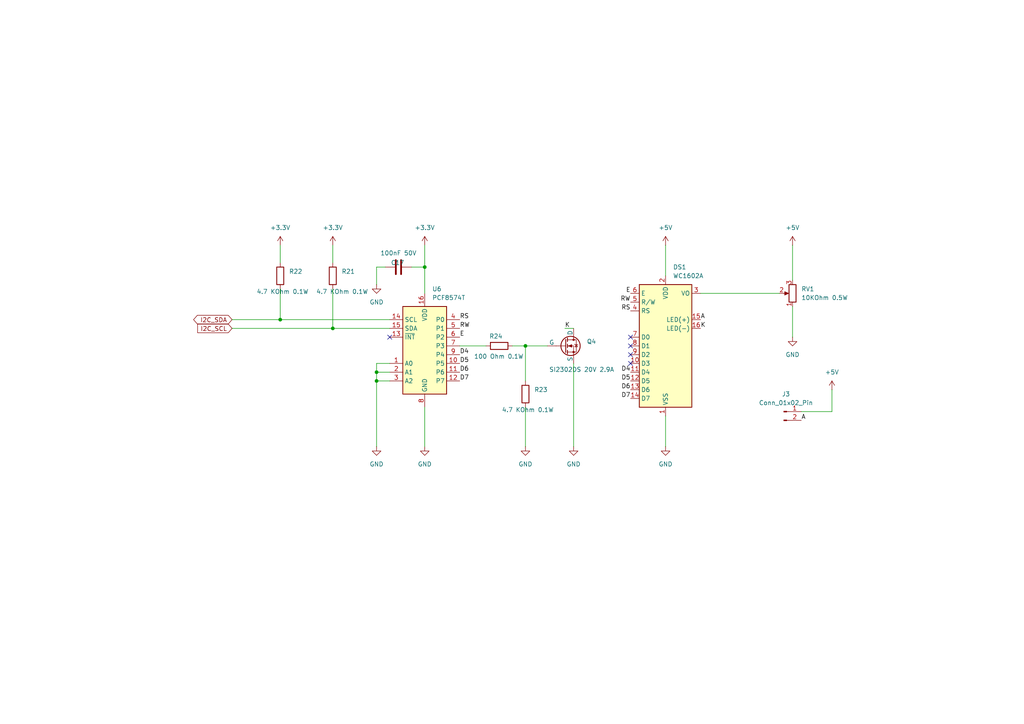
<source format=kicad_sch>
(kicad_sch (version 20250114) (generator "eeschema") (generator_version "9.0")
  (paper "A4")
  (lib_symbols
    (symbol "Connector:Conn_01x02_Pin" (pin_names (offset 1.016) (hide yes))
      (property "Reference" "J" (at 0 2.54 0))
      (property "Value" "Conn_01x02_Pin" (at 0 -5.08 0))
      (symbol "Conn_01x02_Pin_1_1"
        (rectangle (start 0.8636 0.127) (end 0 -0.127) (stroke (width 0.1524)) (fill (type outline)))
        (rectangle (start 0.8636 -2.413) (end 0 -2.667) (stroke (width 0.1524)) (fill (type outline)))
        (polyline (pts (xy 1.27 0) (xy 0.8636 0)) (stroke (width 0.1524)))
        (polyline (pts (xy 1.27 -2.54) (xy 0.8636 -2.54)) (stroke (width 0.1524)))
        (pin passive line (at 5.08 0 180) (length 3.81) (name "Pin_1") (number "1"))
        (pin passive line (at 5.08 -2.54 180) (length 3.81) (name "Pin_2") (number "2"))
      )
    )
    (symbol "Device:C" (pin_numbers (hide yes)) (pin_names (offset 0.254))
      (property "Reference" "C" (at 0.635 2.54 0))
      (property "Value" "C" (at 0.635 -2.54 0))
      (symbol "C_0_1"
        (polyline (pts (xy -2.032 0.762) (xy 2.032 0.762)) (stroke (width 0.508)))
        (polyline (pts (xy -2.032 -0.762) (xy 2.032 -0.762)) (stroke (width 0.508)))
      )
      (symbol "C_1_1"
        (pin passive line (at 0 3.81 270) (length 2.794) (name "~") (number "1"))
        (pin passive line (at 0 -3.81 90) (length 2.794) (name "~") (number "2"))
      )
    )
    (symbol "Device:R" (pin_numbers (hide yes)) (pin_names (offset 0))
      (property "Reference" "R" (at 2.032 0 90))
      (property "Value" "R" (at 0 0 90))
      (symbol "R_0_1"
        (rectangle (start -1.016 -2.54) (end 1.016 2.54) (stroke (width 0.254)))
      )
      (symbol "R_1_1"
        (pin passive line (at 0 3.81 270) (length 1.27) (name "~") (number "1"))
        (pin passive line (at 0 -3.81 90) (length 1.27) (name "~") (number "2"))
      )
    )
    (symbol "Device:R_Potentiometer" (pin_names (offset 1.016) (hide yes))
      (property "Reference" "RV" (at -4.445 0 90))
      (property "Value" "R_Potentiometer" (at -2.54 0 90))
      (symbol "R_Potentiometer_0_1"
        (rectangle (start 1.016 2.54) (end -1.016 -2.54) (stroke (width 0.254)))
        (polyline (pts (xy 1.143 0) (xy 2.286 0.508) (xy 2.286 -0.508) (xy 1.143 0)) (fill (type outline)))
        (polyline (pts (xy 2.54 0) (xy 1.524 0)))
      )
      (symbol "R_Potentiometer_1_1"
        (pin passive line (at 0 3.81 270) (length 1.27) (name "1") (number "1"))
        (pin passive line (at 0 -3.81 90) (length 1.27) (name "3") (number "3"))
        (pin passive line (at 3.81 0 180) (length 1.27) (name "2") (number "2"))
      )
    )
    (symbol "Display_Character:WC1602A"
      (property "Reference" "DS" (at -5.842 19.05 0))
      (property "Value" "WC1602A" (at 5.334 19.05 0))
      (symbol "WC1602A_1_1"
        (rectangle (start -7.62 17.78) (end 7.62 -17.78) (stroke (width 0.254)) (fill (type background)))
        (pin input line (at -10.16 15.24 0) (length 2.54) (name "E") (number "6"))
        (pin input line (at -10.16 12.7 0) (length 2.54) (name "R/W") (number "5"))
        (pin input line (at -10.16 10.16 0) (length 2.54) (name "RS") (number "4"))
        (pin input line (at -10.16 2.54 0) (length 2.54) (name "D0") (number "7"))
        (pin input line (at -10.16 0 0) (length 2.54) (name "D1") (number "8"))
        (pin input line (at -10.16 -2.54 0) (length 2.54) (name "D2") (number "9"))
        (pin input line (at -10.16 -5.08 0) (length 2.54) (name "D3") (number "10"))
        (pin input line (at -10.16 -7.62 0) (length 2.54) (name "D4") (number "11"))
        (pin input line (at -10.16 -10.16 0) (length 2.54) (name "D5") (number "12"))
        (pin input line (at -10.16 -12.7 0) (length 2.54) (name "D6") (number "13"))
        (pin input line (at -10.16 -15.24 0) (length 2.54) (name "D7") (number "14"))
        (pin power_in line (at 0 20.32 270) (length 2.54) (name "VDD") (number "2"))
        (pin power_in line (at 0 -20.32 90) (length 2.54) (name "VSS") (number "1"))
        (pin input line (at 10.16 15.24 180) (length 2.54) (name "VO") (number "3"))
        (pin power_in line (at 10.16 7.62 180) (length 2.54) (name "LED(+)") (number "15"))
        (pin power_in line (at 10.16 5.08 180) (length 2.54) (name "LED(-)") (number "16"))
      )
    )
    (symbol "Interface_Expansion:PCF8574T"
      (property "Reference" "U" (at -6.35 12.954 0))
      (property "Value" "PCF8574T" (at 3.048 12.954 0))
      (symbol "PCF8574T_0_1"
        (rectangle (start -6.35 -13.97) (end 6.35 11.43) (stroke (width 0.254)) (fill (type background)))
      )
      (symbol "PCF8574T_1_1"
        (pin input line (at -10.16 7.62 0) (length 3.81) (name "SCL") (number "14"))
        (pin bidirectional line (at -10.16 5.08 0) (length 3.81) (name "SDA") (number "15"))
        (pin open_collector line (at -10.16 2.54 0) (length 3.81) (name "~{INT}") (number "13"))
        (pin input line (at -10.16 -5.08 0) (length 3.81) (name "A0") (number "1"))
        (pin input line (at -10.16 -7.62 0) (length 3.81) (name "A1") (number "2"))
        (pin input line (at -10.16 -10.16 0) (length 3.81) (name "A2") (number "3"))
        (pin power_in line (at 0 15.24 270) (length 3.81) (name "VDD") (number "16"))
        (pin power_in line (at 0 -17.78 90) (length 3.81) (name "GND") (number "8"))
        (pin bidirectional line (at 10.16 7.62 180) (length 3.81) (name "P0") (number "4"))
        (pin bidirectional line (at 10.16 5.08 180) (length 3.81) (name "P1") (number "5"))
        (pin bidirectional line (at 10.16 2.54 180) (length 3.81) (name "P2") (number "6"))
        (pin bidirectional line (at 10.16 0 180) (length 3.81) (name "P3") (number "7"))
        (pin bidirectional line (at 10.16 -2.54 180) (length 3.81) (name "P4") (number "9"))
        (pin bidirectional line (at 10.16 -5.08 180) (length 3.81) (name "P5") (number "10"))
        (pin bidirectional line (at 10.16 -7.62 180) (length 3.81) (name "P6") (number "11"))
        (pin bidirectional line (at 10.16 -10.16 180) (length 3.81) (name "P7") (number "12"))
      )
    )
    (symbol "Simulation_SPICE:NMOS" (pin_numbers (hide yes)) (pin_names (offset 0))
      (property "Reference" "Q" (at 5.08 1.27 0))
      (property "Value" "NMOS" (at 5.08 -1.27 0))
      (symbol "NMOS_0_1"
        (polyline (pts (xy 0.254 1.905) (xy 0.254 -1.905)) (stroke (width 0.254)))
        (polyline (pts (xy 0.254 0) (xy -2.54 0)))
        (polyline (pts (xy 0.762 2.286) (xy 0.762 1.27)) (stroke (width 0.254)))
        (polyline (pts (xy 0.762 0.508) (xy 0.762 -0.508)) (stroke (width 0.254)))
        (polyline (pts (xy 0.762 -1.27) (xy 0.762 -2.286)) (stroke (width 0.254)))
        (polyline (pts (xy 0.762 -1.778) (xy 3.302 -1.778) (xy 3.302 1.778) (xy 0.762 1.778)))
        (polyline (pts (xy 1.016 0) (xy 2.032 0.381) (xy 2.032 -0.381) (xy 1.016 0)) (fill (type outline)))
        (circle (center 1.651 0) (radius 2.794) (stroke (width 0.254)))
        (polyline (pts (xy 2.54 2.54) (xy 2.54 1.778)))
        (circle (center 2.54 1.778) (radius 0.254) (fill (type outline)))
        (circle (center 2.54 -1.778) (radius 0.254) (fill (type outline)))
        (polyline (pts (xy 2.54 -2.54) (xy 2.54 0) (xy 0.762 0)))
        (polyline (pts (xy 2.794 0.508) (xy 2.921 0.381) (xy 3.683 0.381) (xy 3.81 0.254)))
        (polyline (pts (xy 3.302 0.381) (xy 2.921 -0.254) (xy 3.683 -0.254) (xy 3.302 0.381)))
      )
      (symbol "NMOS_1_1"
        (pin input line (at -5.08 0 0) (length 2.54) (name "G") (number "2"))
        (pin passive line (at 2.54 5.08 270) (length 2.54) (name "D") (number "1"))
        (pin passive line (at 2.54 -5.08 90) (length 2.54) (name "S") (number "3"))
      )
    )
    (symbol "power:+3.3V" (power) (pin_numbers (hide yes)) (pin_names (offset 0) (hide yes))
      (property "Value" "+3.3V" (at 0 3.556 0))
      (symbol "+3.3V_0_1"
        (polyline (pts (xy -0.762 1.27) (xy 0 2.54)))
        (polyline (pts (xy 0 2.54) (xy 0.762 1.27)))
        (polyline (pts (xy 0 0) (xy 0 2.54)))
      )
      (symbol "+3.3V_1_1"
        (pin power_in line (at 0 0 90) (length 0) (name "~") (number "1"))
      )
    )
    (symbol "power:+5V" (power) (pin_numbers (hide yes)) (pin_names (offset 0) (hide yes))
      (property "Value" "+5V" (at 0 3.556 0))
      (symbol "+5V_0_1"
        (polyline (pts (xy -0.762 1.27) (xy 0 2.54)))
        (polyline (pts (xy 0 2.54) (xy 0.762 1.27)))
        (polyline (pts (xy 0 0) (xy 0 2.54)))
      )
      (symbol "+5V_1_1"
        (pin power_in line (at 0 0 90) (length 0) (name "~") (number "1"))
      )
    )
    (symbol "power:GND" (power) (pin_numbers (hide yes)) (pin_names (offset 0) (hide yes))
      (property "Value" "GND" (at 0 -3.81 0))
      (symbol "GND_0_1"
        (polyline (pts (xy 0 0) (xy 0 -1.27) (xy 1.27 -1.27) (xy 0 -2.54) (xy -1.27 -1.27) (xy 0 -1.27)))
      )
      (symbol "GND_1_1"
        (pin power_in line (at 0 0 270) (length 0) (name "~") (number "1"))
      )
    )
  )
  (junction (at 152.4 100.33))
  (junction (at 109.22 107.95))
  (junction (at 96.52 95.25))
  (junction (at 123.19 77.47))
  (junction (at 109.22 110.49))
  (junction (at 81.28 92.71))
  (no_connect (at 182.88 102.87))
  (no_connect (at 182.88 105.41))
  (no_connect (at 182.88 97.79))
  (no_connect (at 182.88 100.33))
  (no_connect (at 113.03 97.79))
  (wire (pts (xy 81.28 83.82) (xy 81.28 92.71)))
  (wire (pts (xy 193.04 71.12) (xy 193.04 80.01)))
  (wire (pts (xy 166.37 129.54) (xy 166.37 105.41)))
  (wire (pts (xy 229.87 88.9) (xy 229.87 97.79)))
  (wire (pts (xy 109.22 82.55) (xy 109.22 77.47)))
  (wire (pts (xy 166.37 95.25) (xy 163.83 95.25)))
  (wire (pts (xy 123.19 77.47) (xy 119.38 77.47)))
  (wire (pts (xy 133.35 100.33) (xy 140.97 100.33)))
  (wire (pts (xy 67.31 92.71) (xy 81.28 92.71)))
  (wire (pts (xy 67.31 95.25) (xy 96.52 95.25)))
  (wire (pts (xy 109.22 77.47) (xy 111.76 77.47)))
  (wire (pts (xy 81.28 92.71) (xy 113.03 92.71)))
  (wire (pts (xy 123.19 71.12) (xy 123.19 77.47)))
  (wire (pts (xy 109.22 105.41) (xy 109.22 107.95)))
  (wire (pts (xy 109.22 107.95) (xy 113.03 107.95)))
  (wire (pts (xy 241.3 113.03) (xy 241.3 119.38)))
  (wire (pts (xy 109.22 107.95) (xy 109.22 110.49)))
  (wire (pts (xy 109.22 110.49) (xy 113.03 110.49)))
  (wire (pts (xy 229.87 71.12) (xy 229.87 81.28)))
  (wire (pts (xy 81.28 71.12) (xy 81.28 76.2)))
  (wire (pts (xy 148.59 100.33) (xy 152.4 100.33)))
  (wire (pts (xy 152.4 100.33) (xy 152.4 110.49)))
  (wire (pts (xy 96.52 83.82) (xy 96.52 95.25)))
  (wire (pts (xy 109.22 110.49) (xy 109.22 129.54)))
  (wire (pts (xy 152.4 100.33) (xy 158.75 100.33)))
  (wire (pts (xy 193.04 120.65) (xy 193.04 129.54)))
  (wire (pts (xy 241.3 119.38) (xy 232.41 119.38)))
  (wire (pts (xy 123.19 118.11) (xy 123.19 129.54)))
  (wire (pts (xy 96.52 95.25) (xy 113.03 95.25)))
  (wire (pts (xy 203.2 85.09) (xy 226.06 85.09)))
  (wire (pts (xy 152.4 118.11) (xy 152.4 129.54)))
  (wire (pts (xy 113.03 105.41) (xy 109.22 105.41)))
  (wire (pts (xy 123.19 77.47) (xy 123.19 85.09)))
  (wire (pts (xy 96.52 71.12) (xy 96.52 76.2)))
  (label "D6" (at 182.88 113.03 180))
  (label "D5" (at 182.88 110.49 180))
  (label "D4" (at 133.35 102.87 0))
  (label "K" (at 163.83 95.25 0))
  (label "D7" (at 133.35 110.49 0))
  (label "RS" (at 182.88 90.17 180))
  (label "K" (at 203.2 95.25 0))
  (label "A" (at 232.41 121.92 0))
  (label "D5" (at 133.35 105.41 0))
  (label "D7" (at 182.88 115.57 180))
  (label "RS" (at 133.35 92.71 0))
  (label "E" (at 182.88 85.09 180))
  (label "D4" (at 182.88 107.95 180))
  (label "RW" (at 133.35 95.25 0))
  (label "D6" (at 133.35 107.95 0))
  (label "E" (at 133.35 97.79 0))
  (label "A" (at 203.2 92.71 0))
  (label "RW" (at 182.88 87.63 180))
  (global_label "I2C_SDA" (shape bidirectional) (at 67.31 92.71 180) (property "Intersheetrefs" "${INTERSHEET_REFS}" (effects (hide yes))))
  (global_label "I2C_SCL" (shape input) (at 67.31 95.25 180) (property "Intersheetrefs" "${INTERSHEET_REFS}" (effects (hide yes))))
  (symbol (lib_id "power:+3.3V") (at 96.52 71.12 0) (unit 1)
    (property "Reference" "#PWR048" (effects (hide yes)))
    (property "Value" "+3.3V" (at 96.52 66.04 0))
    (property "Description" "Power symbol creates a global label with name \"+3.3V\"" (effects (hide yes)))
  )
  (symbol (lib_id "power:GND") (at 166.37 129.54 0) (unit 1)
    (property "Reference" "#PWR056" (effects (hide yes)))
    (property "Value" "GND" (at 166.37 134.62 0))
    (property "Description" "Power symbol creates a global label with name \"GND\" , ground" (effects (hide yes)))
  )
  (symbol (lib_id "power:+5V") (at 229.87 71.12 0) (unit 1)
    (property "Reference" "#PWR052" (effects (hide yes)))
    (property "Value" "+5V" (at 229.87 66.04 0))
    (property "Description" "Power symbol creates a global label with name \"+5V\"" (effects (hide yes)))
  )
  (symbol (lib_id "Device:C") (at 115.57 77.47 90) (unit 1)
    (property "Reference" "C17" (at 115.316 76.2 90))
    (property "Value" "100nF 50V" (at 115.57 73.406 90))
    (property "Footprint" "Capacitor_SMD:C_0603_1608Metric_Pad1.08x0.95mm_HandSolder" (effects (hide yes)))
    (property "Description" "Unpolarized capacitor" (effects (hide yes)))
  )
  (symbol (lib_id "Simulation_SPICE:NMOS") (at 163.83 100.33 0) (unit 1)
    (property "Reference" "Q4" (at 170.18 99.0599 0) (effects (justify left)))
    (property "Value" "SI2302DS 20V 2.9A" (at 159.258 107.188 0) (effects (justify left)))
    (property "Footprint" "Package_TO_SOT_SMD:SOT-23_Handsoldering" (effects (hide yes)))
    (property "Datasheet" "https://ngspice.sourceforge.io/docs/ngspice-html-manual/manual.xhtml#cha_MOSFETs" (effects (hide yes)))
    (property "Description" "N-MOSFET transistor, drain/source/gate" (effects (hide yes)))
    (property "Sim.Device" "NMOS" (effects (hide yes)))
    (property "Sim.Type" "VDMOS" (effects (hide yes)))
    (property "Sim.Pins" "1=D 2=G 3=S" (effects (hide yes)))
  )
  (symbol (lib_id "power:GND") (at 109.22 129.54 0) (unit 1)
    (property "Reference" "#PWR050" (effects (hide yes)))
    (property "Value" "GND" (at 109.22 134.62 0))
    (property "Description" "Power symbol creates a global label with name \"GND\" , ground" (effects (hide yes)))
  )
  (symbol (lib_id "power:+3.3V") (at 123.19 71.12 0) (unit 1)
    (property "Reference" "#PWR046" (effects (hide yes)))
    (property "Value" "+3.3V" (at 123.19 66.04 0))
    (property "Description" "Power symbol creates a global label with name \"+3.3V\"" (effects (hide yes)))
  )
  (symbol (lib_id "power:+5V") (at 241.3 113.03 0) (unit 1)
    (property "Reference" "#PWR054" (effects (hide yes)))
    (property "Value" "+5V" (at 241.3 107.95 0))
    (property "Description" "Power symbol creates a global label with name \"+5V\"" (effects (hide yes)))
  )
  (symbol (lib_id "Connector:Conn_01x02_Pin") (at 227.33 119.38 0) (unit 1)
    (property "Reference" "J3" (at 227.965 114.3 0))
    (property "Value" "Conn_01x02_Pin" (at 227.965 116.84 0))
    (property "Footprint" "Connector_PinHeader_2.54mm:PinHeader_1x02_P2.54mm_Horizontal" (effects (hide yes)))
    (property "Description" "Generic connector, single row, 01x02, script generated" (effects (hide yes)))
  )
  (symbol (lib_id "power:GND") (at 229.87 97.79 0) (unit 1)
    (property "Reference" "#PWR053" (effects (hide yes)))
    (property "Value" "GND" (at 229.87 102.87 0))
    (property "Description" "Power symbol creates a global label with name \"GND\" , ground" (effects (hide yes)))
  )
  (symbol (lib_id "Device:R_Potentiometer") (at 229.87 85.09 180) (unit 1)
    (property "Reference" "RV1" (at 232.41 83.8199 0) (effects (justify right)))
    (property "Value" "10KOhm 0.5W" (at 232.41 86.3599 0) (effects (justify right)))
    (property "Footprint" "Potentiometer_THT:Potentiometer_Vishay_T73YP_Vertical" (effects (hide yes)))
    (property "Description" "Potentiometer" (effects (hide yes)))
  )
  (symbol (lib_id "power:GND") (at 123.19 129.54 0) (unit 1)
    (property "Reference" "#PWR044" (effects (hide yes)))
    (property "Value" "GND" (at 123.19 134.62 0))
    (property "Description" "Power symbol creates a global label with name \"GND\" , ground" (effects (hide yes)))
  )
  (symbol (lib_id "Interface_Expansion:PCF8574T") (at 123.19 100.33 0) (unit 1)
    (property "Reference" "U6" (at 125.3333 83.82 0) (effects (justify left)))
    (property "Value" "PCF8574T" (at 125.3333 86.36 0) (effects (justify left)))
    (property "Footprint" "Package_SO:SOIC-16W_7.5x10.3mm_P1.27mm" (effects (hide yes)))
    (property "Datasheet" "http://www.nxp.com/docs/en/data-sheet/PCF8574_PCF8574A.pdf" (effects (hide yes)))
    (property "Description" "8 Bit Port/Expander to I2C Bus, fixed address bits 0b0100, SOIC-16" (effects (hide yes)))
  )
  (symbol (lib_id "Device:R") (at 81.28 80.01 0) (unit 1)
    (property "Reference" "R22" (at 83.82 78.7399 0) (effects (justify left)))
    (property "Value" "4.7 KOhm 0.1W" (at 74.422 84.582 0) (effects (justify left)))
    (property "Footprint" "Resistor_SMD:R_0603_1608Metric_Pad0.98x0.95mm_HandSolder" (effects (hide yes)))
    (property "Description" "Resistor" (effects (hide yes)))
  )
  (symbol (lib_id "Device:R") (at 152.4 114.3 0) (unit 1)
    (property "Reference" "R23" (at 154.94 113.0299 0) (effects (justify left)))
    (property "Value" "4.7 KOhm 0.1W" (at 145.542 118.872 0) (effects (justify left)))
    (property "Footprint" "Resistor_SMD:R_0603_1608Metric_Pad0.98x0.95mm_HandSolder" (effects (hide yes)))
    (property "Description" "Resistor" (effects (hide yes)))
  )
  (symbol (lib_id "power:+3.3V") (at 81.28 71.12 0) (unit 1)
    (property "Reference" "#PWR049" (effects (hide yes)))
    (property "Value" "+3.3V" (at 81.28 66.04 0))
    (property "Description" "Power symbol creates a global label with name \"+3.3V\"" (effects (hide yes)))
  )
  (symbol (lib_id "Device:R") (at 96.52 80.01 0) (unit 1)
    (property "Reference" "R21" (at 99.06 78.7399 0) (effects (justify left)))
    (property "Value" "4.7 KOhm 0.1W" (at 91.694 84.582 0) (effects (justify left)))
    (property "Footprint" "Resistor_SMD:R_0603_1608Metric_Pad0.98x0.95mm_HandSolder" (effects (hide yes)))
    (property "Description" "Resistor" (effects (hide yes)))
  )
  (symbol (lib_id "power:GND") (at 109.22 82.55 0) (unit 1)
    (property "Reference" "#PWR047" (effects (hide yes)))
    (property "Value" "GND" (at 109.22 87.63 0))
    (property "Description" "Power symbol creates a global label with name \"GND\" , ground" (effects (hide yes)))
  )
  (symbol (lib_id "power:GND") (at 193.04 129.54 0) (unit 1)
    (property "Reference" "#PWR045" (effects (hide yes)))
    (property "Value" "GND" (at 193.04 134.62 0))
    (property "Description" "Power symbol creates a global label with name \"GND\" , ground" (effects (hide yes)))
  )
  (symbol (lib_id "power:GND") (at 152.4 129.54 0) (unit 1)
    (property "Reference" "#PWR055" (effects (hide yes)))
    (property "Value" "GND" (at 152.4 134.62 0))
    (property "Description" "Power symbol creates a global label with name \"GND\" , ground" (effects (hide yes)))
  )
  (symbol (lib_id "power:+5V") (at 193.04 71.12 0) (unit 1)
    (property "Reference" "#PWR051" (effects (hide yes)))
    (property "Value" "+5V" (at 193.04 66.04 0))
    (property "Description" "Power symbol creates a global label with name \"+5V\"" (effects (hide yes)))
  )
  (symbol (lib_id "Device:R") (at 144.78 100.33 90) (unit 1)
    (property "Reference" "R24" (at 145.796 97.536 90) (effects (justify left)))
    (property "Value" "100 Ohm 0.1W" (at 151.892 103.378 90) (effects (justify left)))
    (property "Footprint" "Resistor_SMD:R_0603_1608Metric_Pad0.98x0.95mm_HandSolder" (effects (hide yes)))
    (property "Description" "Resistor" (effects (hide yes)))
  )
  (symbol (lib_id "Display_Character:WC1602A") (at 193.04 100.33 0) (unit 1)
    (property "Reference" "DS1" (at 195.1833 77.47 0) (effects (justify left)))
    (property "Value" "WC1602A" (at 195.1833 80.01 0) (effects (justify left)))
    (property "Footprint" "Display:HY1602E" (effects (hide yes)))
    (property "Datasheet" "http://www.wincomlcd.com/pdf/WC1602A-SFYLYHTC06.pdf" (effects (hide yes)))
    (property "Description" "LCD 16x2 Alphanumeric , 8 bit parallel bus, 5V VDD" (effects (hide yes)))
  )
)
</source>
